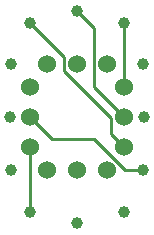
<source format=gbr>
%TF.GenerationSoftware,KiCad,Pcbnew,7.0.0*%
%TF.CreationDate,2023-02-15T18:07:56+08:00*%
%TF.ProjectId,IN12,494e3132-2e6b-4696-9361-645f70636258,rev?*%
%TF.SameCoordinates,Original*%
%TF.FileFunction,Copper,L1,Top*%
%TF.FilePolarity,Positive*%
%FSLAX46Y46*%
G04 Gerber Fmt 4.6, Leading zero omitted, Abs format (unit mm)*
G04 Created by KiCad (PCBNEW 7.0.0) date 2023-02-15 18:07:56*
%MOMM*%
%LPD*%
G01*
G04 APERTURE LIST*
%TA.AperFunction,ComponentPad*%
%ADD10C,1.524000*%
%TD*%
%TA.AperFunction,ComponentPad*%
%ADD11C,1.000000*%
%TD*%
%TA.AperFunction,Conductor*%
%ADD12C,0.250000*%
%TD*%
G04 APERTURE END LIST*
D10*
%TO.P,J1,0,0*%
%TO.N,P0*%
X143320000Y-99496000D03*
%TO.P,J1,1,1*%
%TO.N,P1*%
X143320000Y-102036000D03*
%TO.P,J1,2,2*%
%TO.N,P2*%
X144780000Y-103996000D03*
%TO.P,J1,3,3*%
%TO.N,P3*%
X147320000Y-103996000D03*
%TO.P,J1,4,4*%
%TO.N,P4*%
X149860000Y-103996000D03*
%TO.P,J1,5,5*%
%TO.N,P5*%
X151320000Y-102036000D03*
%TO.P,J1,6,6*%
%TO.N,P6*%
X151320000Y-99496000D03*
%TO.P,J1,7,7*%
%TO.N,P7*%
X151320000Y-96956000D03*
%TO.P,J1,8,8*%
%TO.N,P8*%
X149860000Y-94996000D03*
%TO.P,J1,9,9*%
%TO.N,P9*%
X147320000Y-94996000D03*
%TO.P,J1,10,10*%
%TO.N,unconnected-(J1-Pad10)*%
X144780000Y-94996000D03*
%TO.P,J1,A,A*%
%TO.N,PA*%
X143320000Y-96956000D03*
%TD*%
D11*
%TO.P,NX1,0,0*%
%TO.N,P0*%
X152920000Y-103996000D03*
%TO.P,NX1,1,1*%
%TO.N,P1*%
X143320000Y-107496000D03*
%TO.P,NX1,2,2*%
%TO.N,P2*%
X141720000Y-103996000D03*
%TO.P,NX1,3,3*%
%TO.N,P3*%
X141620000Y-99496000D03*
%TO.P,NX1,4,4*%
%TO.N,P4*%
X141720000Y-94996000D03*
%TO.P,NX1,5,5*%
%TO.N,P5*%
X143320000Y-91496000D03*
%TO.P,NX1,6,6*%
%TO.N,P6*%
X147320000Y-90496000D03*
%TO.P,NX1,7,7*%
%TO.N,P7*%
X151320000Y-91496000D03*
%TO.P,NX1,8,8*%
%TO.N,P8*%
X152920000Y-94996000D03*
%TO.P,NX1,9,9*%
%TO.N,P9*%
X153020000Y-99496000D03*
%TO.P,NX1,A,A*%
%TO.N,PA*%
X151320000Y-107496000D03*
%TO.P,NX1,DP*%
%TO.N,N/C*%
X147320000Y-108496000D03*
%TD*%
D12*
%TO.N,P0*%
X151397251Y-103996000D02*
X148772251Y-101371000D01*
X148772251Y-101371000D02*
X145195000Y-101371000D01*
X152920000Y-103996000D02*
X151397251Y-103996000D01*
X145195000Y-101371000D02*
X143320000Y-99496000D01*
%TO.N,P1*%
X143320000Y-102036000D02*
X143320000Y-107496000D01*
%TO.N,P5*%
X146233000Y-94409000D02*
X146233000Y-95568000D01*
X150233000Y-100949000D02*
X151320000Y-102036000D01*
X143320000Y-91496000D02*
X146233000Y-94409000D01*
X146233000Y-95568000D02*
X150233000Y-99568000D01*
X150233000Y-99568000D02*
X150233000Y-100949000D01*
%TO.N,P6*%
X148773000Y-96949000D02*
X148773000Y-91949000D01*
X151320000Y-99496000D02*
X148773000Y-96949000D01*
X148773000Y-91949000D02*
X147320000Y-90496000D01*
%TO.N,P7*%
X151320000Y-91496000D02*
X151320000Y-96956000D01*
%TD*%
M02*

</source>
